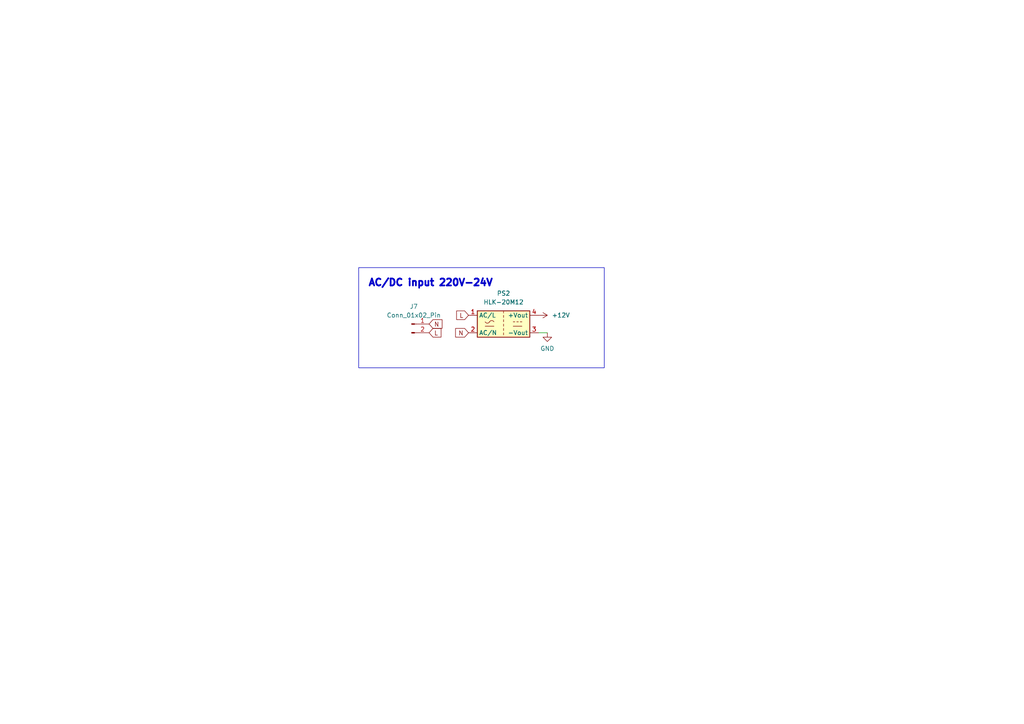
<source format=kicad_sch>
(kicad_sch (version 20231120) (generator "eeschema") (generator_version "8.0")
  (paper "A4")
  (lib_symbols
    (symbol "Connector:Conn_01x02_Pin" (pin_names (offset 1.016) hide)
      (property "Reference" "J" (at 0 2.54 0))
      (property "Value" "Conn_01x02_Pin" (at 0 -5.08 0))
      (symbol "Conn_01x02_Pin_1_1"
        (polyline (pts (xy 1.27 -2.54) (xy 0.8636 -2.54)) (stroke (width 0.1524)))
        (polyline (pts (xy 1.27 0) (xy 0.8636 0)) (stroke (width 0.1524)))
        (rectangle (start 0.8636 -2.413) (end 0 -2.667) (stroke (width 0.1524)) (fill (type outline)))
        (rectangle (start 0.8636 0.127) (end 0 -0.127) (stroke (width 0.1524)) (fill (type outline)))
        (pin passive line (at 5.08 0 180) (length 3.81) (name "Pin_1") (number "1"))
        (pin passive line (at 5.08 -2.54 180) (length 3.81) (name "Pin_2") (number "2"))
      )
    )
    (symbol "Converter_ACDC:HLK-20M12"
      (property "Reference" "PS" (at 0 5.08 0))
      (property "Value" "HLK-20M12" (at 0 -5.08 0))
      (symbol "HLK-20M12_0_1"
        (rectangle (start -7.62 3.81) (end 7.62 -3.81) (stroke (width 0.254)) (fill (type background)))
        (arc (start -5.334 0.635) (mid -4.699 0.2495) (end -4.064 0.635))
        (arc (start -2.794 0.635) (mid -3.429 1.0072) (end -4.064 0.635))
        (polyline (pts (xy -5.334 -0.635) (xy -2.794 -0.635)))
        (polyline (pts (xy 0 -2.54) (xy 0 -3.175)))
        (polyline (pts (xy 0 -1.27) (xy 0 -1.905)))
        (polyline (pts (xy 0 0) (xy 0 -0.635)))
        (polyline (pts (xy 0 1.27) (xy 0 0.635)))
        (polyline (pts (xy 0 2.54) (xy 0 1.905)))
        (polyline (pts (xy 0 3.81) (xy 0 3.175)))
        (polyline (pts (xy 2.794 -0.635) (xy 5.334 -0.635)))
        (polyline (pts (xy 2.794 0.635) (xy 3.302 0.635)))
        (polyline (pts (xy 3.81 0.635) (xy 4.318 0.635)))
        (polyline (pts (xy 4.826 0.635) (xy 5.334 0.635)))
      )
      (symbol "HLK-20M12_1_1"
        (pin power_in line (at -10.16 2.54 0) (length 2.54) (name "AC/L") (number "1"))
        (pin power_in line (at -10.16 -2.54 0) (length 2.54) (name "AC/N") (number "2"))
        (pin power_out line (at 10.16 -2.54 180) (length 2.54) (name "-Vout") (number "3"))
        (pin power_out line (at 10.16 2.54 180) (length 2.54) (name "+Vout") (number "4"))
      )
    )
    (symbol "GND_1" (power) (pin_names (offset 0))
      (property "Value" "GND_1" (at 0 -3.81 0))
      (symbol "GND_1_0_1"
        (polyline (pts (xy 0 0) (xy 0 -1.27) (xy 1.27 -1.27) (xy 0 -2.54) (xy -1.27 -1.27) (xy 0 -1.27)))
      )
      (symbol "GND_1_1_1"
        (pin power_in line (at 0 0 270) (length 0) hide (name "GND") (number "1"))
      )
    )
    (symbol "power:+12V" (power) (pin_numbers hide) (pin_names (offset 0) hide)
      (property "Value" "+12V" (at 0 3.556 0))
      (symbol "+12V_0_1"
        (polyline (pts (xy -0.762 1.27) (xy 0 2.54)))
        (polyline (pts (xy 0 0) (xy 0 2.54)))
        (polyline (pts (xy 0 2.54) (xy 0.762 1.27)))
      )
      (symbol "+12V_1_1"
        (pin power_in line (at 0 0 90) (length 0) (name "~") (number "1"))
      )
    )
  )
  (wire (pts (xy 156.21 96.52) (xy 158.75 96.52)))
  (rectangle (start 104.0384 77.6224) (end 175.26 106.68))
  (text "AC/DC input 220V-24V\n" (at 106.68 83.312 0) (effects (font (size 2 2) (thickness 0.8) (bold yes)) (justify left bottom)))
  (global_label "N" (shape input) (at 135.89 96.52 180) (property "Intersheetrefs" "${INTERSHEET_REFS}" (effects (hide yes))))
  (global_label "N" (shape input) (at 124.46 93.98 0) (property "Intersheetrefs" "${INTERSHEET_REFS}" (effects (hide yes))))
  (global_label "L" (shape input) (at 124.46 96.52 0) (property "Intersheetrefs" "${INTERSHEET_REFS}" (effects (hide yes))))
  (global_label "L" (shape input) (at 135.89 91.44 180) (property "Intersheetrefs" "${INTERSHEET_REFS}" (effects (hide yes))))
  (symbol (lib_id "power:+12V") (at 156.21 91.44 270) (unit 1)
    (property "Reference" "#PWR02" (effects (hide yes)))
    (property "Value" "+12V" (at 160.02 91.4399 90) (effects (justify left)))
    (property "Description" "Power symbol creates a global label with name \"+12V\"" (effects (hide yes)))
  )
  (symbol (lib_name "GND_1") (lib_id "power:GND") (at 158.75 96.52 0) (unit 1)
    (property "Reference" "#PWR056" (effects (hide yes)))
    (property "Value" "GND" (at 158.75 101.092 0))
  )
  (symbol (lib_id "Converter_ACDC:HLK-20M12") (at 146.05 93.98 0) (unit 1)
    (property "Reference" "PS2" (at 146.05 85.09 0))
    (property "Value" "HLK-20M12" (at 146.05 87.63 0))
    (property "Footprint" "Converter_ACDC:Converter_ACDC_Hi-Link_HLK-20Mxx" (effects (hide yes)))
    (property "Datasheet" "https://h.hlktech.com/download/ACDC%E7%94%B5%E6%BA%90%E6%A8%A1%E5%9D%9720W%E7%B3%BB%E5%88%97/1/%E6%B5%B7%E5%87%8C%E7%A7%9120W%E7%B3%BB%E5%88%97%E7%94%B5%E6%BA%90%E6%A8%A1%E5%9D%97%E8%A7%84%E6%A0%BC%E4%B9%A6V1.6.pdf" (effects (hide yes)))
    (property "Description" "Compact AC/DC board mount power module 20W 12V" (effects (hide yes)))
  )
  (symbol (lib_id "Connector:Conn_01x02_Pin") (at 119.38 93.98 0) (unit 1)
    (property "Reference" "J7" (at 120.015 88.9 0))
    (property "Value" "Conn_01x02_Pin" (at 120.015 91.44 0))
    (property "Footprint" "Connector_Phoenix_MC:PhoenixContact_MCV_1,5_2-G-3.81_1x02_P3.81mm_Vertical" (effects (hide yes)))
  )
)
</source>
